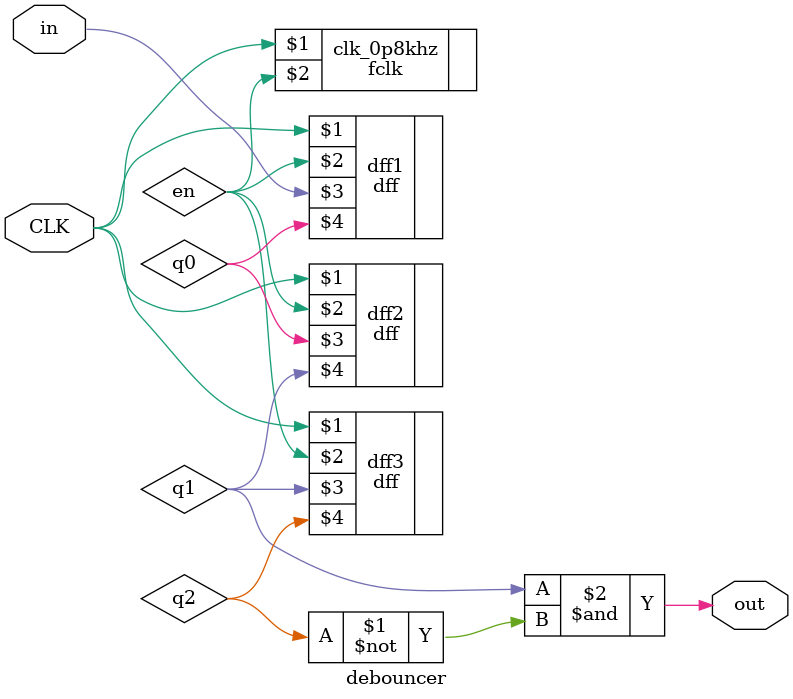
<source format=v>
`timescale 1ns / 1ps


// Modified from https://www.fpga4student.com/2017/04/simple-debouncing-verilog-code-for.html
module debouncer(
    input CLK,
    input in,
    output out
    );
    
    wire en;
    fclk #(.khz(2)) clk_0p8khz(CLK, en);
                  
    wire q0, q1, q2;
    dff dff1(CLK, en, in, q0);
    dff dff2(CLK, en, q0, q1);
    dff dff3(CLK, en, q1, q2);
    
    assign out = q1 & ~q2;
   
endmodule

</source>
